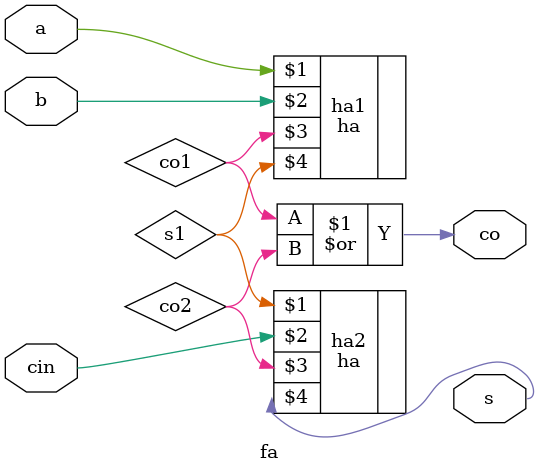
<source format=v>
module fa(
    input a , b, cin,
    output co ,s 
);

ha ha1(a,b,co1,s1);
ha ha2(s1,cin,co2,s);
or or1(co,co1,co2);

endmodule
</source>
